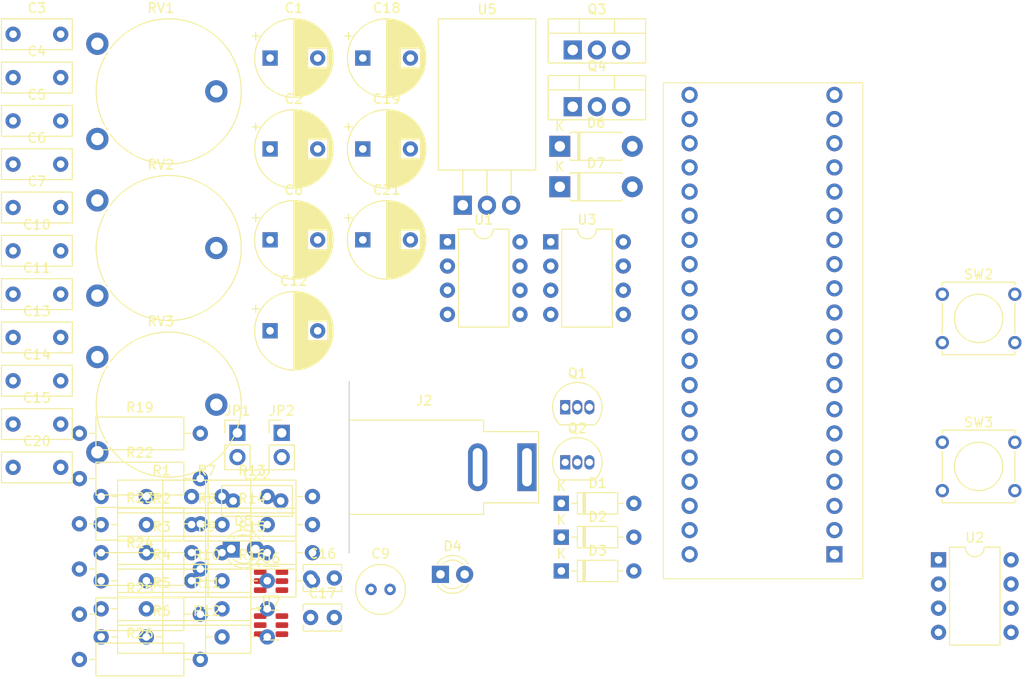
<source format=kicad_pcb>
(kicad_pcb (version 20241229) (generator "pcbnew") (generator_version "9.0")
  (layers (0 "F.Cu" signal) (2 "B.Cu" signal) (13 "F.Paste" user) (15 "B.Paste" user) (5 "F.SilkS" user "F.Silkscreen") (7 "B.SilkS" user "B.Silkscreen") (1 "F.Mask" user) (3 "B.Mask" user) (25 "Edge.Cuts" user))
  (net 0 "")
  (net 1 "/4.5V_ref")
  (net 2 "GND")
  (net 3 "+9V")
  (net 4 "Net-(C3-Pad1)")
  (net 5 "Net-(U1A-+)")
  (net 6 "/OD_OUT")
  (net 7 "Net-(D1-A)")
  (net 8 "Net-(C5-Pad1)")
  (net 9 "Net-(U2A-+)")
  (net 10 "/FUZZ_OUT")
  (net 11 "Net-(C6-Pad1)")
  (net 12 "Preamp_OUT")
  (net 13 "Net-(D1-K)")
  (net 14 "Net-(C9-Pad2)")
  (net 15 "Net-(C10-Pad2)")
  (net 16 "Net-(C10-Pad1)")
  (net 17 "Net-(C11-Pad2)")
  (net 18 "Net-(C11-Pad1)")
  (net 19 "Net-(C12-Pad1)")
  (net 20 "/Distortion_OUT")
  (net 21 "Net-(C14-Pad2)")
  (net 22 "Net-(U2B--)")
  (net 23 "Net-(C16-Pad1)")
  (net 24 "Net-(JP2-B)")
  (net 25 "Net-(C17-Pad2)")
  (net 26 "Net-(C18-Pad2)")
  (net 27 "Net-(U3A-+)")
  (net 28 "Net-(Q3-E)")
  (net 29 "AUDIO_OUT")
  (net 30 "Net-(U1B-+)")
  (net 31 "PICKUP_OUT")
  (net 32 "Net-(C21-Pad1)")
  (net 33 "Net-(D2-K)")
  (net 34 "Net-(D6-A)")
  (net 35 "Net-(Q1-B)")
  (net 36 "Net-(Q2-B)")
  (net 37 "Net-(Q1-C)")
  (net 38 "Net-(Q3-B)")
  (net 39 "Net-(RV1-Pad3)")
  (net 40 "Net-(JP2-A)")
  (net 41 "Net-(U1B--)")
  (net 42 "/5V")
  (net 43 "SCL")
  (net 44 "STM OUT")
  (net 45 "SDA")
  (net 46 "/3V3")
  (net 47 "SCK")
  (net 48 "SD")
  (net 49 "Net-(C22-Pad1)")
  (net 50 "INPUT")
  (net 51 "Signal_OUT")
  (net 52 "DSP")
  (net 53 "SW_Effect")
  (net 54 "Net-(SW1-Pad2)")
  (net 60 "PREAMP_OUT")
  (net 64 "WS")
  (footprint "Resistor_THT:R_Axial_DIN0309_L9.0mm_D3.2mm_P12.70mm_Horizontal" (layer "F.Cu") (at 58.467 95.0862)
    (property "Reference" "R4" (at 6.35 -2.72 0) (layer "F.SilkS"))
    (property "Value" "1Meg")
    (pad "1" thru_hole circle (at 0 0) (size 1.6 1.6) (drill 0.8) (layers "*.Cu" "*.Mask") (net 9 "Net-(U2A-+)"))
    (pad "2" thru_hole oval (at 12.7 0) (size 1.6 1.6) (drill 0.8) (layers "*.Cu" "*.Mask") (net 1 "/4.5V_ref"))
  )
  (footprint "Resistor_THT:R_Axial_DIN0309_L9.0mm_D3.2mm_P12.70mm_Horizontal" (layer "F.Cu") (at 63.217 92.1362)
    (property "Reference" "R9" (at 6.35 -2.72 0) (layer "F.SilkS"))
    (property "Value" "10k")
    (pad "1" thru_hole circle (at 0 0) (size 1.6 1.6) (drill 0.8) (layers "*.Cu" "*.Mask") (net 35 "Net-(Q1-B)"))
    (pad "2" thru_hole oval (at 12.7 0) (size 1.6 1.6) (drill 0.8) (layers "*.Cu" "*.Mask") (net 3 "+9V"))
  )
  (footprint "Capacitor_THT:CP_Radial_D8.0mm_P5.00mm" (layer "F.Cu") (at 85.956396 59.2762)
    (property "Reference" "C21" (at 2.5 -5.25 0) (layer "F.SilkS"))
    (property "Value" "47uF")
    (pad "1" thru_hole rect (at 0 0) (size 1.6 1.6) (drill 0.8) (layers "*.Cu" "*.Mask") (net 32 "Net-(C21-Pad1)"))
    (pad "2" thru_hole circle (at 5 0) (size 1.6 1.6) (drill 0.8) (layers "*.Cu" "*.Mask") (net 2 "GND"))
  )
  (footprint "Package_DIP:DIP-8_W7.62mm" (layer "F.Cu") (at 94.847 59.4862)
    (property "Reference" "U1" (at 3.81 -2.33 0) (layer "F.SilkS"))
    (property "Value" "TL072")
    (pad "1" thru_hole rect (at 0 0) (size 1.6 1.6) (drill 0.8) (layers "*.Cu" "*.Mask") (net 7 "Net-(D1-A)"))
    (pad "2" thru_hole oval (at 0 2.54) (size 1.6 1.6) (drill 0.8) (layers "*.Cu" "*.Mask") (net 13 "Net-(D1-K)"))
    (pad "3" thru_hole oval (at 0 5.08) (size 1.6 1.6) (drill 0.8) (layers "*.Cu" "*.Mask") (net 5 "Net-(U1A-+)"))
    (pad "4" thru_hole oval (at 0 7.62) (size 1.6 1.6) (drill 0.8) (layers "*.Cu" "*.Mask") (net 2 "GND"))
    (pad "5" thru_hole oval (at 7.62 7.62) (size 1.6 1.6) (drill 0.8) (layers "*.Cu" "*.Mask") (net 30 "Net-(U1B-+)"))
    (pad "6" thru_hole oval (at 7.62 5.08) (size 1.6 1.6) (drill 0.8) (layers "*.Cu" "*.Mask") (net 41 "Net-(U1B--)"))
    (pad "7" thru_hole oval (at 7.62 2.54) (size 1.6 1.6) (drill 0.8) (layers "*.Cu" "*.Mask") (net 12 "Preamp_OUT"))
    (pad "8" thru_hole oval (at 7.62 0) (size 1.6 1.6) (drill 0.8) (layers "*.Cu" "*.Mask") (net 3 "+9V"))
  )
  (footprint "LED_THT:LED_D3.0mm_Clear" (layer "F.Cu") (at 94.112 94.4162)
    (property "Reference" "D4" (at 1.27 -2.96 0) (layer "F.SilkS"))
    (property "Value" "LED")
    (pad "1" thru_hole rect (at 0 0) (size 1.8 1.8) (drill 0.9) (layers "*.Cu" "*.Mask") (net 2 "GND"))
    (pad "2" thru_hole circle (at 2.54 0) (size 1.8 1.8) (drill 0.9) (layers "*.Cu" "*.Mask") (net 20 "/Distortion_OUT"))
  )
  (footprint "Capacitor_THT:CP_Radial_D8.0mm_P5.00mm" (layer "F.Cu") (at 76.211698 68.8262)
    (property "Reference" "C12" (at 2.5 -5.25 0) (layer "F.SilkS"))
    (property "Value" "22uF")
    (pad "1" thru_hole rect (at 0 0) (size 1.6 1.6) (drill 0.8) (layers "*.Cu" "*.Mask") (net 19 "Net-(C12-Pad1)"))
    (pad "2" thru_hole circle (at 5 0) (size 1.6 1.6) (drill 0.8) (layers "*.Cu" "*.Mask") (net 2 "GND"))
  )
  (footprint "Diode_THT:D_DO-41_SOD81_P7.62mm_Horizontal" (layer "F.Cu") (at 106.647 53.6962)
    (property "Reference" "D7" (at 3.81 -2.47 0) (layer "F.SilkS"))
    (property "Value" "1N4007")
    (fp_text user "K" (at 0 -2.1 0) (layer "F.SilkS"))
    (pad "1" thru_hole rect (at 0 0) (size 2.2 2.2) (drill 1.1) (layers "*.Cu" "*.Mask") (net 2 "GND"))
    (pad "2" thru_hole oval (at 7.62 0) (size 2.2 2.2) (drill 1.1) (layers "*.Cu" "*.Mask") (net 34 "Net-(D6-A)"))
  )
  (footprint "Package_TO_SOT_SMD:SOT-23-6" (layer "F.Cu") (at 76.317 95.1212)
    (property "Reference" "U6" (at 0 -2.4 0) (layer "F.SilkS"))
    (property "Value" "MCP4725xxx-xCH")
    (pad "1" smd roundrect (at -1.1375 -0.95) (size 1.325 0.6) (layers "F.Cu" "F.Mask" "F.Paste") (net 44 "STM OUT"))
    (pad "2" smd roundrect (at -1.1375 0) (size 1.325 0.6) (layers "F.Cu" "F.Mask" "F.Paste") (net 2 "GND"))
    (pad "3" smd roundrect (at -1.1375 0.95) (size 1.325 0.6) (layers "F.Cu" "F.Mask" "F.Paste") (net 42 "/5V"))
    (pad "4" smd roundrect (at 1.1375 0.95) (size 1.325 0.6) (layers "F.Cu" "F.Mask" "F.Paste") (net 45 "SDA"))
    (pad "5" smd roundrect (at 1.1375 0) (size 1.325 0.6) (layers "F.Cu" "F.Mask" "F.Paste") (net 43 "SCL"))
    (pad "6" smd roundrect (at 1.1375 -0.95) (size 1.325 0.6) (layers "F.Cu" "F.Mask" "F.Paste"))
  )
  (footprint "Capacitor_THT:C_Radial_D5.0mm_H7.0mm_P2.00mm" (layer "F.Cu") (at 86.817 95.9962)
    (property "Reference" "C9" (at 1 -3.75 0) (layer "F.SilkS"))
    (property "Value" "50pF")
    (pad "1" thru_hole circle (at 0 0) (size 1.2 1.2) (drill 0.6) (layers "*.Cu" "*.Mask") (net 13 "Net-(D1-K)"))
    (pad "2" thru_hole circle (at 2 0) (size 1.2 1.2) (drill 0.6) (layers "*.Cu" "*.Mask") (net 14 "Net-(C9-Pad2)"))
  )
  (footprint "Resistor_THT:R_Axial_DIN0309_L9.0mm_D3.2mm_P12.70mm_Horizontal" (layer "F.Cu") (at 58.467 89.1862)
    (property "Reference" "R2" (at 6.35 -2.72 0) (layer "F.SilkS"))
    (property "Value" "47k")
    (pad "1" thru_hole circle (at 0 0) (size 1.6 1.6) (drill 0.8) (layers "*.Cu" "*.Mask") (net 1 "/4.5V_ref"))
    (pad "2" thru_hole oval (at 12.7 0) (size 1.6 1.6) (drill 0.8) (layers "*.Cu" "*.Mask") (net 3 "+9V"))
  )
  (footprint "Resistor_THT:R_Axial_DIN0309_L9.0mm_D3.2mm_P12.70mm_Horizontal" (layer "F.Cu") (at 56.1848 79.6026)
    (property "Reference" "R19" (at 6.35 -2.72 0) (layer "F.SilkS"))
    (property "Value" "1Meg")
    (pad "1" thru_hole circle (at 0 0) (size 1.6 1.6) (drill 0.8) (layers "*.Cu" "*.Mask") (net 27 "Net-(U3A-+)"))
    (pad "2" thru_hole oval (at 12.7 0) (size 1.6 1.6) (drill 0.8) (layers "*.Cu" "*.Mask") (net 1 "/4.5V_ref"))
  )
  (footprint "Button_Switch_THT:SW_Tactile_Straight_KSA0Axx1LFTR" (layer "F.Cu") (at 146.831 64.9878)
    (property "Reference" "SW2" (at 3.81 -2.08 0) (layer "F.SilkS"))
    (property "Value" "DSP_EN")
    (pad "1" thru_hole circle (at 0 0) (size 1.397 1.397) (drill 0.8128) (layers "*.Cu" "*.Mask") (net 2 "GND"))
    (pad "1" thru_hole circle (at 7.62 0) (size 1.397 1.397) (drill 0.8128) (layers "*.Cu" "*.Mask") (net 2 "GND"))
    (pad "2" thru_hole circle (at 0 5.08) (size 1.397 1.397) (drill 0.8128) (layers "*.Cu" "*.Mask") (net 52 "DSP"))
    (pad "2" thru_hole circle (at 7.62 5.08) (size 1.397 1.397) (drill 0.8128) (layers "*.Cu" "*.Mask") (net 52 "DSP"))
  )
  (footprint "Capacitor_THT:C_Rect_L7.2mm_W3.0mm_P5.00mm_FKS2_FKP2_MKS2_MKP2" (layer "F.Cu") (at 49.217 51.3262)
    (property "Reference" "C6" (at 2.5 -2.75 0) (layer "F.SilkS"))
    (property "Value" "10nF")
    (pad "1" thru_hole circle (at 0 0) (size 1.6 1.6) (drill 0.8) (layers "*.Cu" "*.Mask") (net 11 "Net-(C6-Pad1)"))
    (pad "2" thru_hole circle (at 5 0) (size 1.6 1.6) (drill 0.8) (layers "*.Cu" "*.Mask") (net 10 "/FUZZ_OUT"))
  )
  (footprint "Connector_BarrelJack:BarrelJack_SwitchcraftConxall_RAPC10U_Horizontal" (layer "F.Cu") (at 103.197 83.1612)
    (property "Reference" "J2" (at -10.8 -7 0) (layer "F.SilkS"))
    (property "Value" "Barrel_Jack")
    (fp_line (start -18.67 -9) (end -18.67 9) (stroke (width 0.12)) (layer "Edge.Cuts"))
    (pad "1" thru_hole rect (at 0 0) (size 2.02 5.02) (drill oval 1.02 4.02) (layers "*.Cu" "*.Mask") (net 31 "PICKUP_OUT"))
    (pad "2" thru_hole oval (at -5.18 0) (size 2.02 5.02) (drill oval 1.02 4.02) (layers "*.Cu" "*.Mask") (net 2 "GND"))
  )
  (footprint "Potentiometer_THT:Potentiometer_Piher_PT-15-V02_Vertical" (layer "F.Cu") (at 58.067 81.5862)
    (property "Reference" "RV3" (at 6.665 -13.75 0) (layer "F.SilkS"))
    (property "Value" "500K")
    (pad "1" thru_hole circle (at 0 0) (size 2.34 2.34) (drill 1.3) (layers "*.Cu" "*.Mask") (net 40 "Net-(JP2-A)"))
    (pad "2" thru_hole circle (at 12.5 -5) (size 2.34 2.34) (drill 1.3) (layers "*.Cu" "*.Mask") (net 26 "Net-(C18-Pad2)"))
    (pad "3" thru_hole circle (at 0 -10) (size 2.34 2.34) (drill 1.3) (layers "*.Cu" "*.Mask") (net 2 "GND"))
  )
  (footprint "Resistor_THT:R_Axial_DIN0309_L9.0mm_D3.2mm_P12.70mm_Horizontal" (layer "F.Cu") (at 67.967 89.1862)
    (property "Reference" "R14" (at 6.35 -2.72 0) (layer "F.SilkS"))
    (property "Value" "330K")
    (pad "1" thru_hole circle (at 0 0) (size 1.6 1.6) (drill 0.8) (layers "*.Cu" "*.Mask") (net 15 "Net-(C10-Pad2)"))
    (pad "2" thru_hole oval (at 12.7 0) (size 1.6 1.6) (drill 0.8) (layers "*.Cu" "*.Mask") (net 22 "Net-(U2B--)"))
  )
  (footprint "Capacitor_THT:C_Rect_L7.2mm_W3.0mm_P5.00mm_FKS2_FKP2_MKS2_MKP2" (layer "F.Cu") (at 49.217 78.6262)
    (property "Reference" "C15" (at 2.5 -2.75 0) (layer "F.SilkS"))
    (property "Value" "100pF")
    (pad "1" thru_hole circle (at 0 0) (size 1.6 1.6) (drill 0.8) (layers "*.Cu" "*.Mask") (net 15 "Net-(C10-Pad2)"))
    (pad "2" thru_hole circle (at 5 0) (size 1.6 1.6) (drill 0.8) (layers "*.Cu" "*.Mask") (net 22 "Net-(U2B--)"))
  )
  (footprint "Resistor_THT:R_Axial_DIN0309_L9.0mm_D3.2mm_P12.70mm_Horizontal" (layer "F.Cu") (at 67.967 86.2362)
    (property "Reference" "R13" (at 6.35 -2.72 0) (layer "F.SilkS"))
    (property "Value" "1K")
    (pad "1" thru_hole circle (at 0 0) (size 1.6 1.6) (drill 0.8) (layers "*.Cu" "*.Mask") (net 21 "Net-(C14-Pad2)"))
    (pad "2" thru_hole oval (at 12.7 0) (size 1.6 1.6) (drill 0.8) (layers "*.Cu" "*.Mask") (net 13 "Net-(D1-K)"))
  )
  (footprint "Package_TO_SOT_THT:TO-92_Inline" (layer "F.Cu") (at 107.217 82.6462)
    (property "Reference" "Q2" (at 1.27 -3.56 0) (layer "F.SilkS"))
    (property "Value" "2N3904")
    (pad "1" thru_hole rect (at 0 0) (size 1.05 1.5) (drill 0.75) (layers "*.Cu" "*.Mask") (net 2 "GND"))
    (pad "2" thru_hole oval (at 1.27 0) (size 1.05 1.5) (drill 0.75) (layers "*.Cu" "*.Mask") (net 36 "Net-(Q2-B)"))
    (pad "3" thru_hole oval (at 2.54 0) (size 1.05 1.5) (drill 0.75) (layers "*.Cu" "*.Mask") (net 35 "Net-(Q1-B)"))
  )
  (footprint "Resistor_THT:R_Axial_DIN0309_L9.0mm_D3.2mm_P12.70mm_Horizontal" (layer "F.Cu") (at 56.1848 84.3526)
    (property "Reference" "R22" (at 6.35 -2.72 0) (layer "F.SilkS"))
    (property "Value" "47k")
    (pad "1" thru_hole circle (at 0 0) (size 1.6 1.6) (drill 0.8) (layers "*.Cu" "*.Mask") (net 3 "+9V"))
    (pad "2" thru_hole oval (at 12.7 0) (size 1.6 1.6) (drill 0.8) (layers "*.Cu" "*.Mask") (net 32 "Net-(C21-Pad1)"))
  )
  (footprint "Capacitor_THT:C_Rect_L7.2mm_W3.0mm_P5.00mm_FKS2_FKP2_MKS2_MKP2" (layer "F.Cu") (at 49.217 64.9762)
    (property "Reference" "C11" (at 2.5 -2.75 0) (layer "F.SilkS"))
    (property "Value" "470nF")
    (pad "1" thru_hole circle (at 0 0) (size 1.6 1.6) (drill 0.8) (layers "*.Cu" "*.Mask") (net 18 "Net-(C11-Pad1)"))
    (pad "2" thru_hole circle (at 5 0) (size 1.6 1.6) (drill 0.8) (layers "*.Cu" "*.Mask") (net 17 "Net-(C11-Pad2)"))
  )
  (footprint "Capacitor_THT:C_Rect_L7.2mm_W3.0mm_P5.00mm_FKS2_FKP2_MKS2_MKP2" (layer "F.Cu") (at 72.3348 86.7026)
    (property "Reference" "C22" (at 2.5 -2.75 0) (layer "F.SilkS"))
    (property "Value" "47nF")
    (pad "1" thru_hole circle (at 0 0) (size 1.6 1.6) (drill 0.8) (layers "*.Cu" "*.Mask") (net 49 "Net-(C22-Pad1)"))
    (pad "2" thru_hole circle (at 5 0) (size 1.6 1.6) (drill 0.8) (layers "*.Cu" "*.Mask") (net 2 "GND"))
  )
  (footprint "Resistor_THT:R_Axial_DIN0309_L9.0mm_D3.2mm_P12.70mm_Horizontal" (layer "F.Cu") (at 63.217 95.0862)
    (property "Reference" "R10" (at 6.35 -2.72 0) (layer "F.SilkS"))
    (property "Value" "100k")
    (pad "1" thru_hole circle (at 0 0) (size 1.6 1.6) (drill 0.8) (layers "*.Cu" "*.Mask") (net 13 "Net-(D1-K)"))
    (pad "2" thru_hole oval (at 12.7 0) (size 1.6 1.6) (drill 0.8) (layers "*.Cu" "*.Mask") (net 36 "Net-(Q2-B)"))
  )
  (footprint "Capacitor_THT:C_Disc_D3.8mm_W2.6mm_P2.50mm" (layer "F.Cu") (at 80.467 98.9462)
    (property "Reference" "C17" (at 1.25 -2.55 0) (layer "F.SilkS"))
    (property "Value" "10nF")
    (pad "1" thru_hole circle (at 0 0) (size 1.6 1.6) (drill 0.8) (layers "*.Cu" "*.Mask") (net 2 "GND"))
    (pad "2" thru_hole circle (at 2.5 0) (size 1.6 1.6) (drill 0.8) (layers "*.Cu" "*.Mask") (net 25 "Net-(C17-Pad2)"))
  )
  (footprint "Package_TO_SOT_THT:TO-220-3_Vertical" (layer "F.Cu") (at 108.007 45.2862)
    (property "Reference" "Q4" (at 2.54 -4.27 0) (layer "F.SilkS"))
    (property "Value" "TIP42C")
    (pad "1" thru_hole rect (at 0 0) (size 1.905 2) (drill 1.1) (layers "*.Cu" "*.Mask") (net 38 "Net-(Q3-B)"))
    (pad "2" thru_hole oval (at 2.54 0) (size 1.905 2) (drill 1.1) (layers "*.Cu" "*.Mask") (net 2 "GND"))
    (pad "3" thru_hole oval (at 5.08 0) (size 1.905 2) (drill 1.1) (layers "*.Cu" "*.Mask") (net 28 "Net-(Q3-E)"))
  )
  (footprint "Resistor_THT:R_Axial_DIN0309_L9.0mm_D3.2mm_P12.70mm_Horizontal" (layer "F.Cu") (at 58.467 98.0362)
    (property "Reference" "R5" (at 6.35 -2.72 0) (layer "F.SilkS"))
    (property "Value" "10K")
    (pad "1" thru_hole circle (at 0 0) (size 1.6 1.6) (drill 0.8) (layers "*.Cu" "*.Mask") (net 12 "Preamp_OUT"))
    (pad "2" thru_hole oval (at 12.7 0) (size 1.6 1.6) (drill 0.8) (layers "*.Cu" "*.Mask") (net 4 "Net-(C3-Pad1)"))
  )
  (footprint "Capacitor_THT:CP_Radial_D8.0mm_P5.00mm" (layer "F.Cu") (at 85.956396 40.1762)
    (property "Reference" "C18" (at 2.5 -5.25 0) (layer "F.SilkS"))
    (property "Value" "1uF")
    (pad "1" thru_hole rect (at 0 0) (size 1.6 1.6) (drill 0.8) (layers "*.Cu" "*.Mask") (net 27 "Net-(U3A-+)"))
    (pad "2" thru_hole circle (at 5 0) (size 1.6 1.6) (drill 0.8) (layers "*.Cu" "*.Mask") (net 26 "Net-(C18-Pad2)"))
  )
  (footprint "Resistor_THT:R_Axial_DIN0309_L9.0mm_D3.2mm_P12.70mm_Horizontal" (layer "F.Cu") (at 56.1848 93.8526)
    (property "Reference" "R24" (at 6.35 -2.72 0) (layer "F.SilkS"))
    (property "Value" "1Meg")
    (pad "1" thru_hole circle (at 0 0) (size 1.6 1.6) (drill 0.8) (layers "*.Cu" "*.Mask") (net 30 "Net-(U1B-+)"))
    (pad "2" thru_hole oval (at 12.7 0) (size 1.6 1.6) (drill 0.8) (layers "*.Cu" "*.Mask") (net 32 "Net-(C21-Pad1)"))
  )
  (footprint "Capacitor_THT:CP_Radial_D8.0mm_P5.00mm" (layer "F.Cu") (at 76.211698 40.1762)
    (property "Reference" "C1" (at 2.5 -5.25 0) (layer "F.SilkS"))
    (property "Value" "47uF")
    (pad "1" thru_hole rect (at 0 0) (size 1.6 1.6) (drill 0.8) (layers "*.Cu" "*.Mask") (net 1 "/4.5V_ref"))
    (pad "2" thru_hole circle (at 5 0) (size 1.6 1.6) (drill 0.8) (layers "*.Cu" "*.Mask") (net 2 "GND"))
  )
  (footprint "Resistor_THT:R_Axial_DIN0309_L9.0mm_D3.2mm_P12.70mm_Horizontal" (layer "F.Cu") (at 56.1848 98.6026)
    (property "Reference" "R25" (at 6.35 -2.72 0) (layer "F.SilkS"))
    (property "Value" "10k")
    (pad "1" thru_hole circle (at 0 0) (size 1.6 1.6) (drill 0.8) (layers "*.Cu" "*.Mask") (net 41 "Net-(U1B--)"))
    (pad "2" thru_hole oval (at 12.7 0) (size 1.6 1.6) (drill 0.8) (layers "*.Cu" "*.Mask") (net 49 "Net-(C22-Pad1)"))
  )
  (footprint "Resistor_THT:R_Axial_DIN0309_L9.0mm_D3.2mm_P12.70mm_Horizontal" (layer "F.Cu") (at 58.467 86.2362)
    (property "Reference" "R1" (at 6.35 -2.72 0) (layer "F.SilkS"))
    (property "Value" "47k")
    (pad "1" thru_hole circle (at 0 0) (size 1.6 1.6) (drill 0.8) (layers "*.Cu" "*.Mask") (net 2 "GND"))
    (pad "2" thru_hole oval (at 12.7 0) (size 1.6 1.6) (drill 0.8) (layers "*.Cu" "*.Mask") (net 1 "/4.5V_ref"))
  )
  (footprint "Resistor_THT:R_Axial_DIN0309_L9.0mm_D3.2mm_P12.70mm_Horizontal" (layer "F.Cu") (at 56.1848 103.3526)
    (property "Reference" "R26" (at 6.35 -2.72 0) (layer "F.SilkS"))
    (property "Value" "22k")
    (pad "1" thru_hole circle (at 0 0) (size 1.6 1.6) (drill 0.8) (layers "*.Cu" "*.Mask") (net 41 "Net-(U1B--)"))
    (pad "2" thru_hole oval (at 12.7 0) (size 1.6 1.6) (drill 0.8) (layers "*.Cu" "*.Mask") (net 12 "Preamp_OUT"))
  )
  (footprint "Diode_THT:D_DO-41_SOD81_P7.62mm_Horizontal" (layer "F.Cu") (at 106.647 49.4462)
    (property "Reference" "D6" (at 3.81 -2.47 0) (layer "F.SilkS"))
    (property "Value" "3.3V")
    (fp_text user "K" (at 0 -2.1 0) (layer "F.SilkS"))
    (pad "1" thru_hole rect (at 0 0) (size 2.2 2.2) (drill 1.1) (layers "*.Cu" "*.Mask") (net 12 "Preamp_OUT"))
    (pad "2" thru_hole oval (at 7.62 0) (size 2.2 2.2) (drill 1.1) (layers "*.Cu" "*.Mask") (net 34 "Net-(D6-A)"))
  )
  (footprint "Button_Switch_THT:SW_Tactile_Straight_KSA0Axx1LFTR" (layer "F.Cu") (at 146.831 80.5378)
    (property "Reference" "SW3" (at 3.81 -2.08 0) (layer "F.SilkS"))
    (property "Value" "Chorus_EN")
    (pad "1" thru_hole circle (at 0 0) (size 1.397 1.397) (drill 0.8128) (layers "*.Cu" "*.Mask") (net 2 "GND"))
    (pad "1" thru_hole circle (at 7.62 0) (size 1.397 1.397) (drill 0.8128) (layers "*.Cu" "*.Mask") (net 2 "GND"))
    (pad "2" thru_hole circle (at 0 5.08) (size 1.397 1.397) (drill 0.8128) (layers "*.Cu" "*.Mask") (net 53 "SW_Effect"))
    (pad "2" thru_hole circle (at 7.62 5.08) (size 1.397 1.397) (drill 0.8128) (layers "*.Cu" "*.Mask") (net 53 "SW_Effect"))
  )
  (footprint "Capacitor_THT:C_Rect_L7.2mm_W3.0mm_P5.00mm_FKS2_FKP2_MKS2_MKP2" (layer "F.Cu") (at 49.217 46.7762)
    (property "Reference" "C5" (at 2.5 -2.75 0) (layer "F.SilkS"))
    (property "Value" "22nF")
    (pad "1" thru_hole circle (at 0 0) (size 1.6 1.6) (drill 0.8) (layers "*.Cu" "*.Mask") (net 8 "Net-(C5-Pad1)"))
    (pad "2" thru_hole circle (at 5 0) (size 1.6 1.6) (drill 0.8) (layers "*.Cu" "*.Mask") (net 9 "Net-(U2A-+)"))
  )
  (footprint "Resistor_THT:R_Axial_DIN0309_L9.0mm_D3.2mm_P12.70mm_Horizontal" (layer "F.Cu") (at 63.217 86.2362)
    (property "Reference" "R7" (at 6.35 -2.72 0) (layer "F.SilkS"))
    (property "Value" "330")
    (pad "1" thru_hole circle (at 0 0) (size 1.6 1.6) (drill 0.8) (layers "*.Cu" "*.Mask") (net 11 "Net-(C6-Pad1)"))
    (pad "2" thru_hole oval (at 12.7 0) (size 1.6 1.6) (drill 0.8) (layers "*.Cu" "*.Mask") (net 3 "+9V"))
  )
  (footprint "Capacitor_THT:C_Rect_L7.2mm_W3.0mm_P5.00mm_FKS2_FKP2_MKS2_MKP2" (layer "F.Cu") (at 49.217 55.8762)
    (property "Reference" "C7" (at 2.5 -2.75 0) (layer "F.SilkS"))
    (property "Value" "50pF")
    (pad "1" thru_hole circle (at 0 0) (size 1.6 1.6) (drill 0.8) (layers "*.Cu" "*.Mask") (net 8 "Net-(C5-Pad1)"))
    (pad "2" thru_hole circle (at 5 0) (size 1.6 1.6) (drill 0.8) (layers "*.Cu" "*.Mask") (net 2 "GND"))
  )
  (footprint "Resistor_THT:R_Axial_DIN0309_L9.0mm_D3.2mm_P12.70mm_Horizontal" (layer "F.Cu") (at 58.467 100.9862)
    (property "Reference" "R6" (at 6.35 -2.72 0) (layer "F.SilkS"))
    (property "Value" "10K")
    (pad "1" thru_hole circle (at 0 0) (size 1.6 1.6) (drill 0.8) (layers "*.Cu" "*.Mask") (net 8 "Net-(C5-Pad1)"))
    (pad "2" thru_hole oval (at 12.7 0) (size 1.6 1.6) (drill 0.8) (layers "*.Cu" "*.Mask") (net 12 "Preamp_OUT"))
  )
  (footprint "Capacitor_THT:C_Rect_L7.2mm_W3.0mm_P5.00mm_FKS2_FKP2_MKS2_MKP2" (layer "F.Cu") (at 49.217 42.2262)
    (property "Reference" "C4" (at 2.5 -2.75 0) (layer "F.SilkS"))
    (property "Value" "470nF")
    (pad "1" thru_hole circle (at 0 0) (size 1.6 1.6) (drill 0.8) (layers "*.Cu" "*.Mask") (net 7 "Net-(D1-A)"))
    (pad "2" thru_hole circle (at 5 0) (size 1.6 1.6) (drill 0.8) (layers "*.Cu" "*.Mask") (net 6 "/OD_OUT"))
  )
  (footprint "Capacitor_THT:C_Rect_L7.2mm_W3.0mm_P5.00mm_FKS2_FKP2_MKS2_MKP2" (layer "F.Cu") (at 49.217 74.0762)
    (property "Reference" "C14" (at 2.5 -2.75 0) (layer "F.SilkS"))
    (property "Value" "47nF")
    (pad "1" thru_hole circle (at 0 0) (size 1.6 1.6) (drill 0.8) (layers "*.Cu" "*.Mask") (net 2 "GND"))
    (pad "2" thru_hole circle (at 5 0) (size 1.6 1.6) (drill 0.8) (layers "*.Cu" "*.Mask") (net 21 "Net-(C14-Pad2)"))
  )
  (footprint "Capacitor_THT:C_Rect_L7.2mm_W3.0mm_P5.00mm_FKS2_FKP2_MKS2_MKP2" (layer "F.Cu") (at 49.217 83.1762)
    (property "Reference" "C20" (at 2.5 -2.75 0) (layer "F.SilkS"))
    (property "Value" "470nF")
    (pad "1" thru_hole circle (at 0 0) (size 1.6 1.6) (drill 0.8) (layers "*.Cu" "*.Mask") (net 31 "PICKUP_OUT"))
    (pad "2" thru_hole circle (at 5 0) (size 1.6 1.6) (drill 0.8) (layers "*.Cu" "*.Mask") (net 30 "Net-(U1B-+)"))
  )
  (footprint "Resistor_THT:R_Axial_DIN0309_L9.0mm_D3.2mm_P12.70mm_Horizontal" (layer "F.Cu") (at 58.467 92.1362)
    (property "Reference" "R3" (at 6.35 -2.72 0) (layer "F.SilkS"))
    (property "Value" "1Meg")
    (pad "1" thru_hole circle (at 0 0) (size 1.6 1.6) (drill 0.8) (layers "*.Cu" "*.Mask") (net 5 "Net-(U1A-+)"))
    (pad "2" thru_hole oval (at 12.7 0) (size 1.6 1.6) (drill 0.8) (layers "*.Cu" "*.Mask") (net 1 "/4.5V_ref"))
  )
  (footprint "Diode_THT:D_DO-35_SOD27_P7.62mm_Horizontal" (layer "F.Cu") (at 106.807 90.5062)
    (property "Reference" "D2" (at 3.81 -2.12 0) (layer "F.SilkS"))
    (property "Value" "1N4148")
    (fp_text user "K" (at 0 -1.8 0) (layer "F.SilkS"))
    (pad "1" thru_hole rect (at 0 0) (size 1.6 1.6) (drill 0.8) (layers "*.Cu" "*.Mask") (net 33 "Net-(D2-K)"))
    (pad "2" thru_hole oval (at 7.62 0) (size 1.6 1.6) (drill 0.8) (layers "*.Cu" "*.Mask") (net 13 "Net-(D1-K)"))
  )
  (footprint "Resistor_THT:R_Axial_DIN0309_L9.0mm_D3.2mm_P12.70mm_Horizontal" (layer "F.Cu") (at 56.1848 89.1026)
    (property "Reference" "R23" (at 6.35 -2.72 0) (layer "F.SilkS"))
    (property "Value" "3K")
    (pad "1" thru_hole circle (at 0 0) (size 1.6 1.6) (drill 0.8) (layers "*.Cu" "*.Mask") (net 32 "Net-(C21-Pad1)"))
    (pad "2" thru_hole oval (at 12.7 0) (size 1.6 1.6) (drill 0.8) (layers "*.Cu" "*.Mask") (net 2 "GND"))
  )
  (footprint "Capacitor_THT:C_Rect_L7.2mm_W3.0mm_P5.00mm_FKS2_FKP2_MKS2_MKP2" (layer "F.Cu") (at 49.217 37.6762)
    (property "Reference" "C3" (at 2.5 -2.75 0) (layer "F.SilkS"))
    (property "Value" "470nF")
    (pad "1" thru_hole circle (at 0 0) (size 1.6 1.6) (drill 0.8) (layers "*.Cu" "*.Mask") (net 4 "Net-(C3-Pad1)"))
    (pad "2" thru_hole circle (at 5 0) (size 1.6 1.6) (drill 0.8) (layers "*.Cu" "*.Mask") (net 5 "Net-(U1A-+)"))
  )
  (footprint "Package_TO_SOT_THT:TO-92_Inline" (layer "F.Cu") (at 107.217 76.8562)
    (property "Reference" "Q1" (at 1.27 -3.56 0) (layer "F.SilkS"))
    (property "Value" "2N3904")
    (pad "1" thru_hole rect (at 0 0) (size 1.05 1.5) (drill 0.75) (layers "*.Cu" "*.Mask") (net 13 "Net-(D1-K)"))
    (pad "2" thru_hole oval (at 1.27 0) (size 1.05 1.5) (drill 0.75) (layers "*.Cu" "*.Mask") (net 35 "Net-(Q1-B)"))
    (pad "3" thru_hole oval (at 2.54 0) (size 1.05 1.5) (drill 0.75) (layers "*.Cu" "*.Mask") (net 37 "Net-(Q1-C)"))
  )
  (footprint "Capacitor_THT:C_Disc_D3.8mm_W2.6mm_P2.50mm" (layer "F.Cu") (at 80.467 94.7962)
    (property "Reference" "C16" (at 1.25 -2.55 0) (layer "F.SilkS"))
    (property "Value" "10nF")
    (pad "1" thru_hole circle (at 0 0) (size 1.6 1.6) (drill 0.8) (layers "*.Cu" "*.Mask") (net 23 "Net-(C16-Pad1)"))
    (pad "2" thru_hole circle (at 2.5 0) (size 1.6 1.6) (drill 0.8) (layers "*.Cu" "*.Mask") (net 24 "Net-(JP2-B)"))
  )
  (footprint "Capacitor_THT:CP_Radial_D8.0mm_P5.00mm" (layer "F.Cu") (at 76.211698 49.7262)
    (property "Reference" "C2" (at 2.5 -5.25 0) (layer "F.SilkS"))
    (property "Value" "47uF")
    (pad "1" thru_hole rect (at 0 0) (size 1.6 1.6) (drill 0.8) (layers "*.Cu" "*.Mask") (net 3 "+9V"))
    (pad "2" thru_hole circle (at 5 0) (size 1.6 1.6) (drill 0.8) (layers "*.Cu" "*.Mask") (net 2 "GND"))
  )
  (footprint "Package_DIP:DIP-8_W7.62mm" (layer "F.Cu") (at 146.431 92.8878)
    (property "Reference" "U2" (at 3.81 -2.33 0) (layer "F.SilkS"))
    (property "Value" "TL072")
    (pad "1" thru_hole rect (at 0 0) (size 1.6 1.6) (drill 0.8) (layers "*.Cu" "*.Mask") (net 54 "Net-(SW1-Pad2)"))
    (pad "2" thru_hole oval (at 0 2.54) (size 1.6 1.6) (drill 0.8) (layers "*.Cu" "*.Mask") (net 13 "Net-(D1-K)"))
    (pad "3" thru_hole oval (at 0 5.08) (size 1.6 1.6) (drill 0.8) (layers "*.Cu" "*.Mask") (net 9 "Net-(U2A-+)"))
    (pad "4" thru_hole oval (at 0 7.62) (size 1.6 1.6) (drill 0.8) (layers "*.Cu" "*.Mask") (net 2 "GND"))
    (pad "5" thru_hole oval (at 7.62 7.62) (size 1.6 1.6) (drill 0.8) (layers "*.Cu" "*.Mask") (net 1 "/4.5V_ref"))
    (pad "6" thru_hole oval (at 7.62 5.08) (size 1.6 1.6) (drill 0.8) (layers "*.Cu" "*.Mask") (net 22 "Net-(U2B--)"))
    (pad "7" thru_hole oval (at 7.62 2.54) (size 1.6 1.6) (drill 0.8) (layers "*.Cu" "*.Mask") (net 15 "Net-(C10-Pad2)"))
    (pad "8" thru_hole oval (at 7.62 0) (size 1.6 1.6) (drill 0.8) (layers "*.Cu" "*.Mask") (net 3 "+9V"))
  )
  (footprint "LED_THT:LED_D3.0mm_Clear" (layer "F.Cu") (at 72.1348 91.7526)
    (property "Reference" "D5" (at 1.27 -2.96 0) (layer "F.SilkS"))
    (property "Value" "LED")
    (pad "1" thru_hole rect (at 0 0) (size 1.8 1.8) (drill 0.9) (layers "*.Cu" "*.Mask") (net 20 "/Distortion_OUT"))
    (pad "2" thru_hole circle (at 2.54 0) (size 1.8 1.8) (drill 0.9) (layers "*.Cu" "*.Mask") (net 2 "GND"))
  )
  (footprint "Connector_PinHeader_2.54mm:PinHeader_1x02_P2.54mm_Vertical" (layer "F.Cu") (at 77.4348 79.5526)
    (property "Reference" "JP2" (at 0 -2.33 0) (layer "F.SilkS"))
    (property "Value" "Tone Control Select")
    (pad "1" thru_hole rect (at 0 0) (size 1.7 1.7) (drill 1) (layers "*.Cu" "*.Mask") (net 40 "Net-(JP2-A)"))
    (pad "2" thru_hole oval (at 0 2.54) (size 1.7 1.7) (drill 1) (layers "*.Cu" "*.Mask") (net 51 "Signal_OUT"))
  )
  (footprint "Potentiometer_THT:Potentiometer_Piher_PT-15-V02_Vertical" (layer "F.Cu") (at 58.067 65.1312)
    (property "Reference" "RV2" (at 6.665 -13.75 0) (layer "F.SilkS"))
    (property "Value" "100K")
    (pad "1" thru_hole circle (at 0 0) (size 2.34 2.34) (drill 1.3) (layers "*.Cu" "*.Mask") (net 23 "Net-(C16-Pad1)"))
    (pad "2" thru_hole circle (at 12.5 -5) (size 2.34 2.34) (drill 1.3) (layers "*.Cu" "*.Mask") (net 40 "Net-(JP2-A)"))
    (pad "3" thru_hole circle (at 0 -10) (size 2.34 2.34) (drill 1.3) (layers "*.Cu" "*.Mask") (net 25 "Net-(C17-Pad2)"))
  )
  (footprint "Diode_THT:D_DO-35_SOD27_P7.62mm_Horizontal" (layer "F.Cu") (at 106.807 94.0562)
    (property "Reference" "D3" (at 3.81 -2.12 0) (layer "F.SilkS"))
    (property "Value" "1N4148")
    (fp_text user "K" (at 0 -1.8 0) (layer "F.SilkS"))
    (pad "1" thru_hole rect (at 0 0) (size 1.6 1.6) (drill 0.8) (layers "*.Cu" "*.Mask") (net 7 "Net-(D1-A)"))
    (pad "2" thru_hole oval (at 7.62 0) (size 1.6 1.6) (drill 0.8) (layers "*.Cu" "*.Mask") (net 33 "Net-(D2-K)"))
  )
  (footprint "Diode_THT:D_DO-35_SOD27_P7.62mm_Horizontal" (layer "F.Cu") (at 106.807 86.9562)
    (property "Reference" "D1" (at 3.81 -2.12 0) (layer "F.SilkS"))
    (property "Value" "1N4148")
    (fp_text user "K" (at 0 -1.8 0) (layer "F.SilkS"))
    (pad "1" thru_hole rect (at 0 0) (size 1.6 1.6) (drill 0.8) (layers "*.Cu" "*.Mask") (net 13 "Net-(D1-K)"))
    (pad "2" thru_hole oval (at 7.62 0) (size 1.6 1.6) (drill 0.8) (layers "*.Cu" "*.Mask") (net 7 "Net-(D1-A)"))
  )
  (footprint "Package_TO_SOT_SMD:SOT-23-6" (layer "F.Cu") (at 76.317 99.7462)
    (property "Reference" "U7" (at 0 -2.4 0) (layer "F.SilkS"))
    (property "Value" "MCP4725xxx-xCH")
    (pad "1" smd roundrect (at -1.1375 -0.95) (size 1.325 0.6) (layers "F.Cu" "F.Mask" "F.Paste"))
    (pad "2" smd roundrect (at -1.1375 0) (size 1.325 0.6) (layers "F.Cu" "F.Mask" "F.Paste"))
    (pad "3" smd roundrect (at -1.1375 0.95) (size 1.325 0.6) (layers "F.Cu" "F.Mask" "F.Paste") (net 47 "SCK"))
    (pad "4" smd roundrect (at 1.1375 0.95) (size 1.325 0.6) (layers "F.Cu" "F.Mask" "F.Paste") (net 48 "SD"))
    (pad "5" smd roundrect (at 1.1375 0) (size 1.325 0.6) (layers "F.Cu" "F.Mask" "F.Paste") (net 46 "/3V3"))
    (pad "6" smd roundrect (at 1.1375 -0.95) (size 1.325 0.6) (layers "F.Cu" "F.Mask" "F.Paste") (net 2 "GND"))
  )
  (footprint "Capacitor_THT:C_Rect_L7.2mm_W3.0mm_P5.00mm_FKS2_FKP2_MKS2_MKP2" (layer "F.Cu") (at 49.217 60.4262)
    (property "Reference" "C10" (at 2.5 -2.75 0) (layer "F.SilkS"))
    (property "Value" "1uF")
    (pad "1" thru_hole circle (at 0 0) (size 1.6 1.6) (drill 0.8) (layers "*.Cu" "*.Mask") (net 16 "Net-(C10-Pad1)"))
    (pad "2" thru_hole circle (at 5 0) (size 1.6 1.6) (drill 0.8) (layers "*.Cu" "*.Mask") (net 15 "Net-(C10-Pad2)"))
  )
  (footprint "Resistor_THT:R_Axial_DIN0309_L9.0mm_D3.2mm_P12.70mm_Horizontal" (layer "F.Cu") (at 63.217 89.1862)
    (property "Reference" "R8" (at 6.35 -2.72 0) (layer "F.SilkS"))
    (property "Value" "5.6k")
    (pad "1" thru_hole circle (at 0 0) (size 1.6 1.6) (drill 0.8) (layers "*.Cu" "*.Mask") (net 37 "Net-(Q1-C)"))
    (pad "2" thru_hole oval (at 12.7 0) (size 1.6 1.6) (drill 0.8) (layers "*.Cu" "*.Mask") (net 11 "Net-(C6-Pad1)"))
  )
  (footprint "Package_DIP:DIP-8_W7.62mm" (layer "F.Cu") (at 105.697 59.4862)
    (property "Reference" "U3" (at 3.81 -2.33 0) (layer "F.SilkS"))
    (property "Value" "TL072")
    (pad "1" thru_hole rect (at 0 0) (size 1.6 1.6) (drill 0.8) (layers "*.Cu" "*.Mask") (net 38 "Net-(Q3-B)"))
    (pad "2" thru_hole oval (at 0 2.54) (size 1.6 1.6) (drill 0.8) (layers "*.Cu" "*.Mask") (net 28 "Net-(Q3-E)"))
    (pad "3" thru_hole oval (at 0 5.08) (size 1.6 1.6) (drill 0.8) (layers "*.Cu" "*.Mask") (net 27 "Net-(U3A-+)"))
    (pad "4" thru_hole oval (at 0 7.62) (size 1.6 1.6) (drill 0.8) (layers "*.Cu" "*.Mask") (net 2 "GND"))
    (pad "5" thru_hole oval (at 7.62 7.62) (size 1.6 1.6) (drill 0.8) (layers "*.Cu" "*.Mask"))
    (pad "6" thru_hole oval (at 7.62 5.08) (size 1.6 1.6) (drill 0.8) (layers "*.Cu" "*.Mask"))
    (pad "7" thru_hole oval (at 7.62 2.54) (size 1.6 1.6) (drill 0.8) (layers "*.Cu" "*.Mask"))
    (pad "8" thru_hole oval (at 7.62 0) (size 1.6 1.6) (drill 0.8) (layers "*.Cu" "*.Mask") (net 3 "+9V"))
  )
  (footprint "Capacitor_THT:CP_Radial_D8.0mm_P5.00mm" (layer "F.Cu") (at 85.956396 49.7262)
    (property "Reference" "C19" (at 2.5 -5.25 0) (layer "F.SilkS"))
    (property "Value" "1000uF")
    (pad "1" thru_hole rect (at 0 0) (size 1.6 1.6) (drill 0.8) (layers "*.Cu" "*.Mask") (net 28 "Net-(Q3-E)"))
    (pad "2" thru_hole circle (at 5 0) (size 1.6 1.6) (drill 0.8) (layers "*.Cu" "*.Mask") (net 29 "AUDIO_OUT"))
  )
  (footprint "Capacitor_THT:C_Rect_L7.2mm_W3.0mm_P5.00mm_FKS2_FKP2_MKS2_MKP2" (layer "F.Cu") (at 49.217 69.5262)
    (property "Reference" "C13" (at 2.5 -2.75 0) (layer "F.SilkS"))
    (property "Value" "47nF")
    (pad "1" thru_hole circle (at 0 0) (size 1.6 1.6) (drill 0.8) (layers "*.Cu" "*.Mask") (net 20 "/Distortion_OUT"))
    (pad "2" thru_hole circle (at 5 0) (size 1.6 1.6) (drill 0.8) (layers "*.Cu" "*.Mask") (net 2 "GND"))
  )
  (footprint "Potentiometer_THT:Potentiometer_Piher_PT-15-V02_Vertical" (layer "F.Cu") (at 58.067 48.6762)
    (property "Reference" "RV1" (at 6.665 -13.75 0) (layer "F.SilkS"))
    (property "Value" "100k")
    (pad "1" thru_hole circle (at 0 0) (size 2.34 2.34) (drill 1.3) (layers "*.Cu" "*.Mask") (net 13 "Net-(D1-K)"))
    (pad "2" thru_hole circle (at 12.5 -5) (size 2.34 2.34) (drill 1.3) (layers "*.Cu" "*.Mask") (net 14 "Net-(C9-Pad2)"))
    (pad "3" thru_hole circle (at 0 -10) (size 2.34 2.34) (drill 1.3) (layers "*.Cu" "*.Mask") (net 39 "Net-(RV1-Pad3)"))
  )
  (footprint "Resistor_THT:R_Axial_DIN0309_L9.0mm_D3.2mm_P12.70mm_Horizontal" (layer "F.Cu") (at 63.217 100.9862)
    (property "Reference" "R12" (at 6.35 -2.72 0) (layer "F.SilkS"))
    (property "Value" "4.7K")
    (pad "1" thru_hole circle (at 0 0) (size 1.6 1.6) (drill 0.8) (layers "*.Cu" "*.Mask") (net 22 "Net-(U2B--)"))
    (pad "2" thru_hole oval (at 12.7 0) (size 1.6 1.6) (drill 0.8) (layers "*.Cu" "*.Mask") (net 18 "Net-(C11-Pad1)"))
  )
  (footprint "Package_TO_SOT_THT:TO-220-3_Vertical" (layer "F.Cu") (at 108.007 39.3262)
    (property "Reference" "Q3" (at 2.54 -4.27 0) (layer "F.SilkS"))
    (property "Value" "TIP41C")
    (pad "1" thru_hole rect (at 0 0) (size 1.905 2) (drill 1.1) (layers "*.Cu" "*.Mask") (net 38 "Net-(Q3-B)"))
    (pad "2" thru_hole oval (at 2.54 0) (size 1.905 2) (drill 1.1) (layers "*.Cu" "*.Mask") (net 3 "+9V"))
    (pad "3" thru_hole oval (at 5.08 0) (size 1.905 2) (drill 1.1) (layers "*.Cu" "*.Mask") (net 28 "Net-(Q3-E)"))
  )
  (footprint "Module:Arduino_Nano" (layer "F.Cu") (at 127.531 64.2978)
    (property "Reference" "U4" (hide yes))
    (property "Value" "~" (hide yes))
    (pad "1" thru_hole rect (at 7.9673 28.0075) (size 1.7 1.7) (drill 1) (layers "*.Cu" "*.Mask"))
    (pad "2" thru_hole oval (at 7.9673 25.4675) (size 1.7 1.7) (drill 1) (layers "*.Cu" "*.Mask"))
    (pad "3" thru_hole oval (at 7.9673 22.9275) (size 1.7 1.7) (drill 1) (layers "*.Cu" "*.Mask"))
    (pad "4" thru_hole oval (at 7.9673 20.3875) (size 1.7 1.7) (drill 1) (layers "*.Cu" "*.Mask"))
    (pad "5V" thru_hole oval (at -7.2473 22.9275) (size 1.7 1.7) (drill 1) (layers "*.Cu" "*.Mask") (net 42 "/5V"))
    (pad "5V" thru_hole oval (at 7.9673 -20.2525) (size 1.7 1.7) (drill 1) (layers "*.Cu" "*.Mask") (net 42 "/5V"))
    (pad "7" thru_hole oval (at 7.9673 17.8475) (size 1.7 1.7) (drill 1) (layers "*.Cu" "*.Mask"))
    (pad "10" thru_hole oval (at 7.9673 15.3075) (size 1.7 1.7) (drill 1) (layers "*.Cu" "*.Mask") (net 60 "PREAMP_OUT"))
    (pad "11" thru_hole oval (at 7.9673 12.7675) (size 1.7 1.7) (drill 1) (layers "*.Cu" "*.Mask"))
    (pad "12" thru_hole oval (at 7.9673 10.2275) (size 1.7 1.7) (drill 1) (layers "*.Cu" "*.Mask") (net 64 "WS"))
    (pad "13" thru_hole oval (at 7.9673 7.6875) (size 1.7 1.7) (drill 1) (layers "*.Cu" "*.Mask") (net 47 "SCK"))
    (pad "14" thru_hole oval (at 7.9673 5.1475) (size 1.7 1.7) (drill 1) (layers "*.Cu" "*.Mask"))
    (pad "15" thru_hole oval (at 7.9673 2.6075) (size 1.7 1.7) (drill 1) (layers "*.Cu" "*.Mask") (net 52 "DSP"))
    (pad "16" thru_hole oval (at 7.9673 0.0675) (size 1.7 1.7) (drill 1) (layers "*.Cu" "*.Mask") (net 53 "SW_Effect"))
    (pad "17" thru_hole oval (at 7.9673 -2.4725) (size 1.7 1.7) (drill 1) (layers "*.Cu" "*.Mask"))
    (pad "18" thru_hole oval (at 7.9673 -5.0125) (size 1.7 1.7) (drill 1) (layers "*.Cu" "*.Mask"))
    (pad "19" thru_hole oval (at 7.9673 -7.5525) (size 1.7 1.7) (drill 1) (layers "*.Cu" "*.Mask"))
    (pad "20" thru_hole oval (at 7.9673 -10.0925) (size 1.7 1.7) (drill 1) (layers "*.Cu" "*.Mask"))
    (pad "21" thru_hole oval (at 7.9673 -12.6325) (size 1.7 1.7) (drill 1) (layers "*.Cu" "*.Mask"))
    (pad "23" thru_hole oval (at 7.9673 -17.7125) (size 1.7 1.7) (drill 1) (layers "*.Cu" "*.Mask"))
    (pad "24" thru_hole oval (at 7.9673 -15.1725) (size 1.7 1.7) (drill 1) (layers "*.Cu" "*.Mask"))
    (pad "25" thru_hole oval (at -7.2473 -20.2525) (size 1.7 1.7) (drill 1) (layers "*.Cu" "*.Mask"))
    (pad "26" thru_hole oval (at -7.2473 -17.7125) (size 1.7 1.7) (drill 1) (layers "*.Cu" "*.Mask"))
    (pad "27" thru_hole oval (at -7.2473 -15.1725) (size 1.7 1.7) (drill 1) (layers "*.Cu" "*.Mask"))
    (pad "28" thru_hole oval (at -7.2473 -12.6325) (size 1.7 1.7) (drill 1) (layers "*.Cu" "*.Mask"))
    (pad "29" thru_hole oval (at -7.2473 -10.0925) (size 1.7 1.7) (drill 1) (layers "*.Cu" "*.Mask"))
    (pad "30" thru_hole oval (at -7.2473 -7.5525) (size 1.7 1.7) (drill 1) (layers "*.Cu" "*.Mask"))
    (pad "31" thru_hole oval (at -7.2473 -5.0125) (size 1.7 1.7) (drill 1) (layers "*.Cu" "*.Mask"))
    (pad "32" thru_hole oval (at -7.2473 -2.4725) (size 1.7 1.7) (drill 1) (layers "*.Cu" "*.Mask"))
    (pad "33" thru_hole oval (at -7.2473 0.0675) (size 1.7 1.7) (drill 1) (layers "*.Cu" "*.Mask"))
    (pad "38" thru_hole oval (at -7.2473 2.6075) (size 1.7 1.7) (drill 1) (layers "*.Cu" "*.Mask"))
    (pad "39" thru_hole oval (at -7.2473 5.1475) (size 1.7 1.7) (drill 1) (layers "*.Cu" "*.Mask"))
    (pad "40" thru_hole oval (at -7.2473 7.6875) (size 1.7 1.7) (drill 1) (layers "*.Cu" "*.Mask"))
    (pad "41" thru_hole oval (at -7.2473 10.2275) (size 1.7 1.7) (drill 1) (layers "*.Cu" "*.Mask"))
    (pad "42" thru_hole oval (at -7.2473 12.7675) (size 1.7 1.7) (drill 1) (layers "*.Cu" "*.Mask") (net 43 "SCL"))
    (pad "43" thru_hole oval (at -7.2473 15.3075) (size 1.7 1.7) (drill 1) (layers "*.Cu" "*.Mask") (net 45 "SDA"))
    (pad "45" thru_hole oval (at -7.2473 17.8475) (size 1.7 1.7) (drill 1) (layers "*.Cu" "*.Mask"))
    (pad "46" thru_hole oval (at -7.2473 20.3875) (size 1.7 1.7) (drill 1) (layers "*.Cu" "*.Mask"))
    (pad "47" thru_hole oval (at -7.2473 25.4675) (size 1.7 1.7) (drill 1) (layers "*.Cu" "*.Mask") (net 2 "GND") (thermal_bridge_width 1))
    (pad "48" thru_hole oval (at -7.2473 28.0075) (size 1.7 1.7) (drill 1) (layers "*.Cu" "*.Mask") (net 46 "/3V3"))
  )
  (footprint "Connector_PinHeader_2.54mm:PinHeader_1x02_P2.54mm_Vertical" (layer "F.Cu") (at 72.7848 79.5526)
    (property "Reference" "JP1" (at 0 -2.33 0) (layer "F.SilkS"))
    (property "Value" "Source Select")
    (pad "1" thru_hole rect (at 0 0) (size 1.7 1.7) (drill 1) (layers "*.Cu" "*.Mask") (net 44 "STM OUT"))
    (pad "2" thru_hole oval (at 0 2.54) (size 1.7 1.7) (drill 1) (layers "*.Cu" "*.Mask") (net 50 "INPUT"))
  )
  (footprint "Resistor_THT:R_Axial_DIN0309_L9.0mm_D3.2mm_P12.70mm_Horizontal" (layer "F.Cu") (at 67.967 92.1362)
    (property "Reference" "R15" (at 6.35 -2.72 0) (layer "F.SilkS"))
    (property "Value" "22K")
    (pad "1" thru_hole circle (at 0 0) (size 1.6 1.6) (drill 0.8) (layers "*.Cu" "*.Mask") (net 2 "GND"))
    (pad "2" thru_hole oval (at 12.7 0) (size 1.6 1.6) (drill 0.8) (layers "*.Cu" "*.Mask") (net 23 "Net-(C16-Pad1)"))
  )
  (footprint "Capacitor_THT:CP_Radial_D8.0mm_P5.00mm" (layer "F.Cu") (at 76.211698 59.2762)
    (property "Reference" "C8" (at 2.5 -5.25 0) (layer "F.SilkS"))
    (property "Value" "1uF")
    (pad "1" thru_hole rect (at 0 0) (size 1.6 1.6) (drill 0.8) (layers "*.Cu" "*.Mask") (net 36 "Net-(Q2-B)"))
    (pad "2" thru_hole circle (at 5 0) (size 1.6 1.6) (drill 0.8) (layers "*.Cu" "*.Mask") (net 12 "Preamp_OUT"))
  )
  (footprint "Resistor_THT:R_Axial_DIN0309_L9.0mm_D3.2mm_P12.70mm_Horizontal" (layer "F.Cu") (at 67.967 95.0862)
    (property "Reference" "R16" (at 6.35 -2.72 0) (layer "F.SilkS"))
    (property "Value" "22K")
    (pad "1" thru_hole circle (at 0 0) (size 1.6 1.6) (drill 0.8) (layers "*.Cu" "*.Mask") (net 25 "Net-(C17-Pad2)"))
    (pad "2" thru_hole oval (at 12.7 0) (size 1.6 1.6) (drill 0.8) (layers "*.Cu" "*.Mask") (net 24 "Net-(JP2-B)"))
  )
  (footprint "Package_TO_SOT_THT:TO-220-3_Horizontal_TabDown" (layer "F.Cu") (at 96.457 55.6362)
    (property "Reference" "U5" (at 2.54 -20.58 0) (layer "F.SilkS"))
    (property "Value" "LM7805_TO220")
    (pad "" np_thru_hole oval (at 2.54 -16.66) (size 3.5 3.5) (drill 3.5) (layers "*.Cu" "*.Mask"))
    (pad "1" thru_hole rect (at 0 0) (size 1.905 2) (drill 1.1) (layers "*.Cu" "*.Mask") (net 3 "+9V"))
    (pad "2" thru_hole oval (at 2.54 0) (size 1.905 2) (drill 1.1) (layers "*.Cu" "*.Mask") (net 2 "GND"))
    (pad "3" thru_hole oval (at 5.08 0) (size 1.905 2) (drill 1.1) (layers "*.Cu" "*.Mask") (net 42 "/5V"))
  )
  (footprint "Resistor_THT:R_Axial_DIN0309_L9.0mm_D3.2mm_P12.70mm_Horizontal" (layer "F.Cu") (at 63.217 98.0362)
    (property "Reference" "R11" (at 6.35 -2.72 0) (layer "F.SilkS"))
    (property "Value" "680")
    (pad "1" thru_hole circle (at 0 0) (size 1.6 1.6) (drill 0.8) (layers "*.Cu" "*.Mask") (net 20 "/Distortion_OUT"))
    (pad "2" thru_hole oval (at 12.7 0) (size 1.6 1.6) (drill 0.8) (layers "*.Cu" "*.Mask") (net 16 "Net-(C10-Pad1)"))
  )
)
</source>
